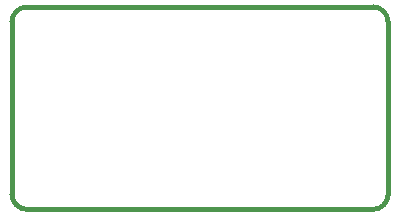
<source format=gbr>
%TF.GenerationSoftware,KiCad,Pcbnew,8.0.2*%
%TF.CreationDate,2024-12-05T16:11:27+05:30*%
%TF.ProjectId,USB PD,55534220-5044-42e6-9b69-6361645f7063,rev?*%
%TF.SameCoordinates,Original*%
%TF.FileFunction,Profile,NP*%
%FSLAX46Y46*%
G04 Gerber Fmt 4.6, Leading zero omitted, Abs format (unit mm)*
G04 Created by KiCad (PCBNEW 8.0.2) date 2024-12-05 16:11:27*
%MOMM*%
%LPD*%
G01*
G04 APERTURE LIST*
%TA.AperFunction,Profile*%
%ADD10C,0.400000*%
%TD*%
G04 APERTURE END LIST*
D10*
X84456977Y-99686940D02*
X113767426Y-99697272D01*
X83185000Y-83820000D02*
X83186977Y-98416940D01*
X113765556Y-82548205D02*
X84455000Y-82550000D01*
X115037426Y-98427272D02*
X115035556Y-83818205D01*
X115037426Y-98427272D02*
G75*
G02*
X113767426Y-99697272I-1269999J-1D01*
G01*
X84456977Y-99686940D02*
G75*
G02*
X83186977Y-98416940I-1J1269999D01*
G01*
X113765556Y-82548205D02*
G75*
G02*
X115035556Y-83818205I1J-1269999D01*
G01*
X83185000Y-83820000D02*
G75*
G02*
X84455000Y-82550000I1270000J0D01*
G01*
M02*

</source>
